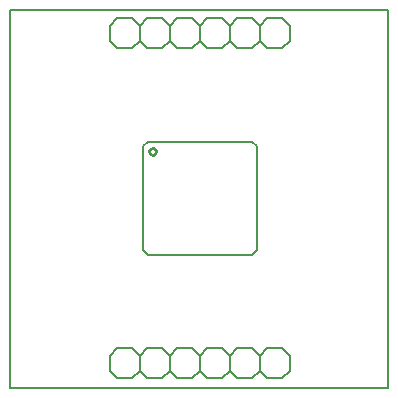
<source format=gto>
G75*
G70*
%OFA0B0*%
%FSLAX24Y24*%
%IPPOS*%
%LPD*%
%AMOC8*
5,1,8,0,0,1.08239X$1,22.5*
%
%ADD10C,0.0050*%
%ADD11C,0.0100*%
%ADD12C,0.0080*%
%ADD13C,0.0060*%
D10*
X000284Y000683D02*
X000284Y013281D01*
X012883Y013281D01*
X012883Y000683D01*
X000284Y000683D01*
D11*
X004923Y008569D02*
X004956Y008647D01*
X005034Y008680D01*
X005112Y008647D01*
X005145Y008569D01*
X005112Y008491D01*
X005034Y008458D01*
X004956Y008491D01*
X004923Y008569D01*
D12*
X004719Y008726D02*
X004719Y005262D01*
X004877Y005104D01*
X008341Y005104D01*
X008499Y005262D01*
X008499Y008726D01*
X008341Y008884D01*
X004877Y008884D01*
X004719Y008726D01*
D13*
X004859Y011994D02*
X004609Y012244D01*
X004359Y011994D01*
X003859Y011994D01*
X003609Y012244D01*
X003609Y012744D01*
X003859Y012994D01*
X004359Y012994D01*
X004609Y012744D01*
X004859Y012994D01*
X005359Y012994D01*
X005609Y012744D01*
X005609Y012244D01*
X005359Y011994D01*
X004859Y011994D01*
X004609Y012244D02*
X004609Y012744D01*
X005609Y012744D02*
X005859Y012994D01*
X006359Y012994D01*
X006609Y012744D01*
X006859Y012994D01*
X007359Y012994D01*
X007609Y012744D01*
X007859Y012994D01*
X008359Y012994D01*
X008609Y012744D01*
X008859Y012994D01*
X009359Y012994D01*
X009609Y012744D01*
X009609Y012244D01*
X009359Y011994D01*
X008859Y011994D01*
X008609Y012244D01*
X008359Y011994D01*
X007859Y011994D01*
X007609Y012244D01*
X007359Y011994D01*
X006859Y011994D01*
X006609Y012244D01*
X006359Y011994D01*
X005859Y011994D01*
X005609Y012244D01*
X006609Y012244D02*
X006609Y012744D01*
X007609Y012744D02*
X007609Y012244D01*
X008609Y012244D02*
X008609Y012744D01*
X008359Y001994D02*
X007859Y001994D01*
X007609Y001744D01*
X007609Y001244D01*
X007859Y000994D01*
X008359Y000994D01*
X008609Y001244D01*
X008609Y001744D01*
X008359Y001994D01*
X008609Y001744D02*
X008859Y001994D01*
X009359Y001994D01*
X009609Y001744D01*
X009609Y001244D01*
X009359Y000994D01*
X008859Y000994D01*
X008609Y001244D01*
X007609Y001244D02*
X007359Y000994D01*
X006859Y000994D01*
X006609Y001244D01*
X006359Y000994D01*
X005859Y000994D01*
X005609Y001244D01*
X005359Y000994D01*
X004859Y000994D01*
X004609Y001244D01*
X004359Y000994D01*
X003859Y000994D01*
X003609Y001244D01*
X003609Y001744D01*
X003859Y001994D01*
X004359Y001994D01*
X004609Y001744D01*
X004859Y001994D01*
X005359Y001994D01*
X005609Y001744D01*
X005859Y001994D01*
X006359Y001994D01*
X006609Y001744D01*
X006859Y001994D01*
X007359Y001994D01*
X007609Y001744D01*
X006609Y001744D02*
X006609Y001244D01*
X005609Y001244D02*
X005609Y001744D01*
X004609Y001744D02*
X004609Y001244D01*
M02*

</source>
